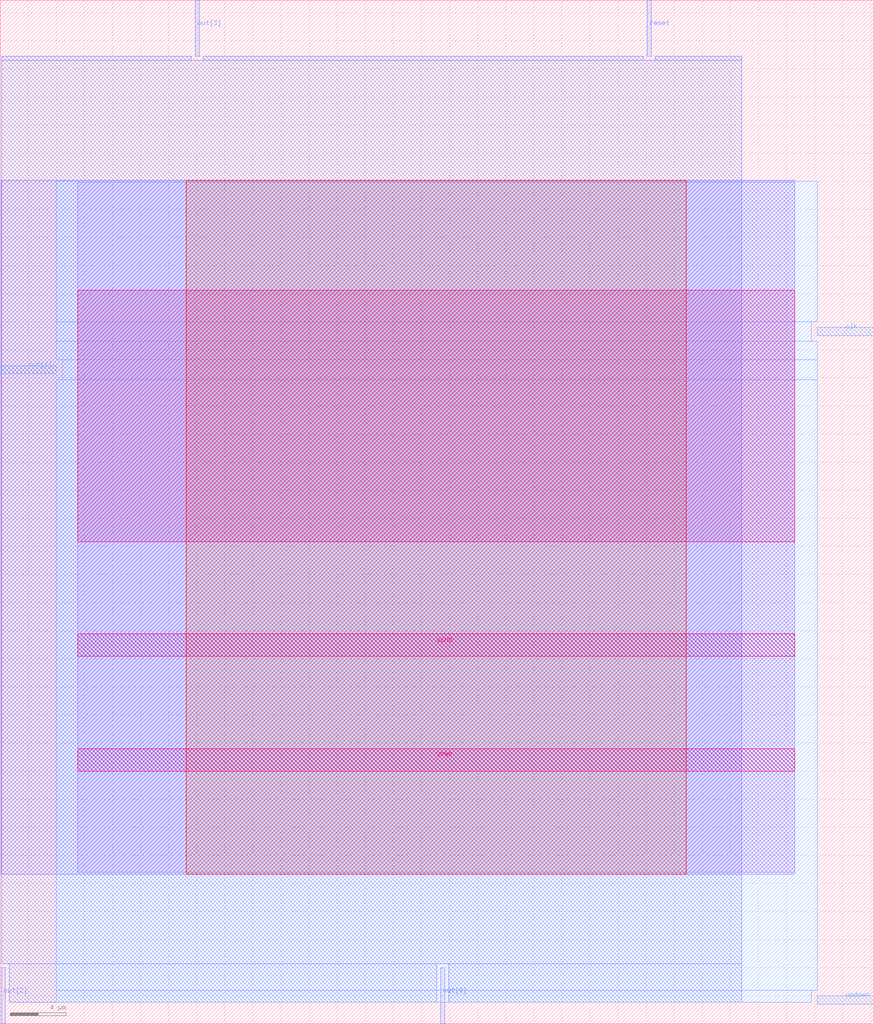
<source format=lef>
VERSION 5.7 ;
  NOWIREEXTENSIONATPIN ON ;
  DIVIDERCHAR "/" ;
  BUSBITCHARS "[]" ;
MACRO dvsd_4bit_binary_counter
  CLASS BLOCK ;
  FOREIGN dvsd_4bit_binary_counter ;
  ORIGIN 0.000 0.000 ;
  SIZE 62.175 BY 72.895 ;
  PIN VGND
    DIRECTION INPUT ;
    USE GROUND ;
    PORT
      LAYER met5 ;
        RECT 5.520 26.160 56.580 27.760 ;
    END
  END VGND
  PIN VPWR
    DIRECTION INPUT ;
    USE POWER ;
    PORT
      LAYER met5 ;
        RECT 5.520 18.000 56.580 19.600 ;
    END
  END VPWR
  PIN clk
    DIRECTION INPUT ;
    USE SIGNAL ;
    PORT
      LAYER met3 ;
        RECT 58.175 49.000 62.175 49.600 ;
    END
  END clk
  PIN out[0]
    DIRECTION OUTPUT TRISTATE ;
    USE SIGNAL ;
    PORT
      LAYER met2 ;
        RECT 31.370 0.000 31.650 4.000 ;
    END
  END out[0]
  PIN out[1]
    DIRECTION OUTPUT TRISTATE ;
    USE SIGNAL ;
    PORT
      LAYER met3 ;
        RECT 0.000 46.280 4.000 46.880 ;
    END
  END out[1]
  PIN out[2]
    DIRECTION OUTPUT TRISTATE ;
    USE SIGNAL ;
    PORT
      LAYER met2 ;
        RECT 0.090 0.000 0.370 4.000 ;
    END
  END out[2]
  PIN out[3]
    DIRECTION OUTPUT TRISTATE ;
    USE SIGNAL ;
    PORT
      LAYER met2 ;
        RECT 13.890 68.895 14.170 72.895 ;
    END
  END out[3]
  PIN reset
    DIRECTION INPUT ;
    USE SIGNAL ;
    PORT
      LAYER met2 ;
        RECT 46.090 68.895 46.370 72.895 ;
    END
  END reset
  PIN updown
    DIRECTION INPUT ;
    USE SIGNAL ;
    PORT
      LAYER met3 ;
        RECT 58.175 1.400 62.175 2.000 ;
    END
  END updown
  OBS
      LAYER li1 ;
        RECT 5.520 10.795 56.580 59.925 ;
      LAYER met1 ;
        RECT 0.070 10.640 56.580 60.080 ;
      LAYER met2 ;
        RECT 0.100 68.615 13.610 68.895 ;
        RECT 14.450 68.615 45.810 68.895 ;
        RECT 46.650 68.615 52.810 68.895 ;
        RECT 0.100 4.280 52.810 68.615 ;
        RECT 0.650 1.515 31.090 4.280 ;
        RECT 31.930 1.515 52.810 4.280 ;
      LAYER met3 ;
        RECT 4.000 50.000 58.175 60.005 ;
        RECT 4.000 48.600 57.775 50.000 ;
        RECT 4.000 47.280 58.175 48.600 ;
        RECT 4.400 45.880 58.175 47.280 ;
        RECT 4.000 2.400 58.175 45.880 ;
        RECT 4.000 1.535 57.775 2.400 ;
      LAYER met4 ;
        RECT 13.230 10.640 48.870 60.080 ;
      LAYER met5 ;
        RECT 5.520 34.320 56.580 52.240 ;
  END
END dvsd_4bit_binary_counter
END LIBRARY


</source>
